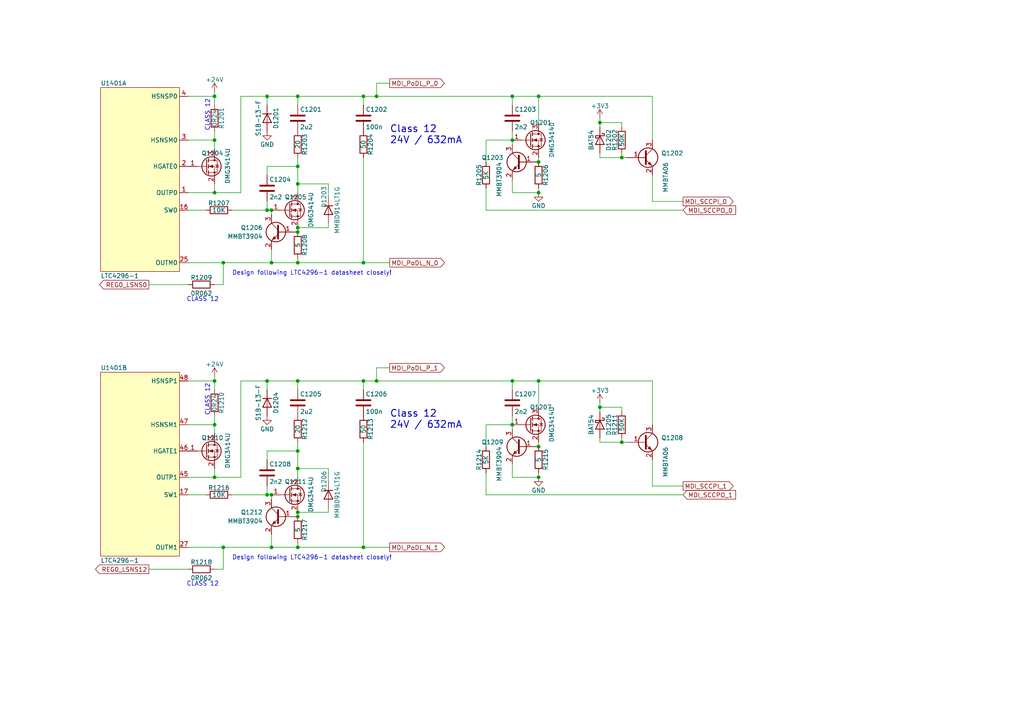
<source format=kicad_sch>
(kicad_sch (version 20211123) (generator eeschema)
  (paper "A4")
  (title_block (title "Open Hardware 10Base-T1L Switch") (date "2023-04-07") (rev "REV A") (company "Peter Heinrich") (comment 1 "Open Hardware License CERN-OHL-P v2") (comment 2 "https://github.com/peterheinrich/Open_10Base-T1L_Switch"))
  (lib_symbols
    (symbol "Device:C" (pin_numbers hide) (pin_names (offset 0.254))
      (property "Reference" "C" (at 0.635 2.54 0))
      (property "Value" "C" (at 0.635 -2.54 0))
      (symbol "C_0_1"
        (polyline (pts (xy -2.032 -0.762) (xy 2.032 -0.762)) (stroke (width 0.508)))
        (polyline (pts (xy -2.032 0.762) (xy 2.032 0.762)) (stroke (width 0.508)))
      )
      (symbol "C_1_1"
        (pin passive line (at 0 3.81 270) (length 2.794) (name "~") (number "1"))
        (pin passive line (at 0 -3.81 90) (length 2.794) (name "~") (number "2"))
      )
    )
    (symbol "Device:D" (pin_numbers hide) (pin_names (offset 1.016) hide)
      (property "Reference" "D" (at 0 2.54 0))
      (property "Value" "D" (at 0 -2.54 0))
      (symbol "D_0_1"
        (polyline (pts (xy -1.27 1.27) (xy -1.27 -1.27)) (stroke (width 0.254)))
        (polyline (pts (xy 1.27 0) (xy -1.27 0)))
        (polyline (pts (xy 1.27 1.27) (xy 1.27 -1.27) (xy -1.27 0) (xy 1.27 1.27)) (stroke (width 0.254)))
      )
      (symbol "D_1_1"
        (pin passive line (at -3.81 0 0) (length 2.54) (name "K") (number "1"))
        (pin passive line (at 3.81 0 180) (length 2.54) (name "A") (number "2"))
      )
    )
    (symbol "Device:D_Schottky" (pin_numbers hide) (pin_names (offset 1.016) hide)
      (property "Reference" "D" (at 0 2.54 0))
      (property "Value" "D_Schottky" (at 0 -2.54 0))
      (symbol "D_Schottky_0_1"
        (polyline (pts (xy 1.27 0) (xy -1.27 0)))
        (polyline (pts (xy 1.27 1.27) (xy 1.27 -1.27) (xy -1.27 0) (xy 1.27 1.27)) (stroke (width 0.254)))
        (polyline (pts (xy -1.905 0.635) (xy -1.905 1.27) (xy -1.27 1.27) (xy -1.27 -1.27) (xy -0.635 -1.27) (xy -0.635 -0.635)) (stroke (width 0.254)))
      )
      (symbol "D_Schottky_1_1"
        (pin passive line (at -3.81 0 0) (length 2.54) (name "K") (number "1"))
        (pin passive line (at 3.81 0 180) (length 2.54) (name "A") (number "2"))
      )
    )
    (symbol "Device:Q_NMOS_GSD" (pin_names (offset 0) hide)
      (property "Reference" "Q" (at 5.08 1.27 0))
      (property "Value" "Q_NMOS_GSD" (at 5.08 -1.27 0))
      (symbol "Q_NMOS_GSD_0_1"
        (polyline (pts (xy 0.254 0) (xy -2.54 0)))
        (polyline (pts (xy 0.254 1.905) (xy 0.254 -1.905)) (stroke (width 0.254)))
        (polyline (pts (xy 0.762 -1.27) (xy 0.762 -2.286)) (stroke (width 0.254)))
        (polyline (pts (xy 0.762 0.508) (xy 0.762 -0.508)) (stroke (width 0.254)))
        (polyline (pts (xy 0.762 2.286) (xy 0.762 1.27)) (stroke (width 0.254)))
        (polyline (pts (xy 2.54 2.54) (xy 2.54 1.778)))
        (polyline (pts (xy 2.54 -2.54) (xy 2.54 0) (xy 0.762 0)))
        (polyline (pts (xy 0.762 -1.778) (xy 3.302 -1.778) (xy 3.302 1.778) (xy 0.762 1.778)))
        (polyline (pts (xy 1.016 0) (xy 2.032 0.381) (xy 2.032 -0.381) (xy 1.016 0)) (fill (type outline)))
        (polyline (pts (xy 2.794 0.508) (xy 2.921 0.381) (xy 3.683 0.381) (xy 3.81 0.254)))
        (polyline (pts (xy 3.302 0.381) (xy 2.921 -0.254) (xy 3.683 -0.254) (xy 3.302 0.381)))
        (circle (center 1.651 0) (radius 2.794) (stroke (width 0.254)))
        (circle (center 2.54 -1.778) (radius 0.254) (fill (type outline)))
        (circle (center 2.54 1.778) (radius 0.254) (fill (type outline)))
      )
      (symbol "Q_NMOS_GSD_1_1"
        (pin input line (at -5.08 0 0) (length 2.54) (name "G") (number "1"))
        (pin passive line (at 2.54 -5.08 90) (length 2.54) (name "S") (number "2"))
        (pin passive line (at 2.54 5.08 270) (length 2.54) (name "D") (number "3"))
      )
    )
    (symbol "Device:Q_NPN_BEC" (pin_names (offset 0) hide)
      (property "Reference" "Q" (at 5.08 1.27 0))
      (property "Value" "Q_NPN_BEC" (at 5.08 -1.27 0))
      (symbol "Q_NPN_BEC_0_1"
        (polyline (pts (xy 0.635 0.635) (xy 2.54 2.54)))
        (polyline (pts (xy 0.635 -0.635) (xy 2.54 -2.54) (xy 2.54 -2.54)))
        (polyline (pts (xy 0.635 1.905) (xy 0.635 -1.905) (xy 0.635 -1.905)) (stroke (width 0.508)))
        (polyline (pts (xy 1.27 -1.778) (xy 1.778 -1.27) (xy 2.286 -2.286) (xy 1.27 -1.778) (xy 1.27 -1.778)) (fill (type outline)))
        (circle (center 1.27 0) (radius 2.8194) (stroke (width 0.254)))
      )
      (symbol "Q_NPN_BEC_1_1"
        (pin input line (at -5.08 0 0) (length 5.715) (name "B") (number "1"))
        (pin passive line (at 2.54 -5.08 90) (length 2.54) (name "E") (number "2"))
        (pin passive line (at 2.54 5.08 270) (length 2.54) (name "C") (number "3"))
      )
    )
    (symbol "Device:R" (pin_numbers hide) (pin_names (offset 0))
      (property "Reference" "R" (at 2.032 0 90))
      (property "Value" "R" (at 0 0 90))
      (symbol "R_0_1"
        (rectangle (start -1.016 -2.54) (end 1.016 2.54) (stroke (width 0.254)))
      )
      (symbol "R_1_1"
        (pin passive line (at 0 3.81 270) (length 1.27) (name "~") (number "1"))
        (pin passive line (at 0 -3.81 90) (length 1.27) (name "~") (number "2"))
      )
    )
    (symbol "LTC4296-1:LTC4296-1"
      (property "Reference" "U" (at 0 1.27 0))
      (property "Value" "LTC4296-1" (at 0 -54.61 0))
      (symbol "LTC4296-1_0_1"
        (rectangle (start 0 0) (end 22.86 -53.34) (fill (type background)))
      )
      (symbol "LTC4296-1_1_1"
        (pin output line (at 25.4 -30.48 180) (length 2.54) (name "OUTP0") (number "1"))
        (pin output line (at 25.4 -35.56 180) (length 2.54) (name "SW0") (number "16"))
        (pin output line (at 25.4 -22.86 180) (length 2.54) (name "HGATE0") (number "2"))
        (pin output line (at 25.4 -50.8 180) (length 2.54) (name "OUTM0") (number "25"))
        (pin input line (at 25.4 -15.24 180) (length 2.54) (name "HSNSM0") (number "3"))
        (pin input line (at 25.4 -2.54 180) (length 2.54) (name "HSNSP0") (number "4"))
      )
      (symbol "LTC4296-1_2_1"
        (pin output line (at 25.4 -35.56 180) (length 2.54) (name "SW1") (number "17"))
        (pin output line (at 25.4 -50.8 180) (length 2.54) (name "OUTM1") (number "27"))
        (pin output line (at 25.4 -30.48 180) (length 2.54) (name "OUTP1") (number "45"))
        (pin output line (at 25.4 -22.86 180) (length 2.54) (name "HGATE1") (number "46"))
        (pin input line (at 25.4 -15.24 180) (length 2.54) (name "HSNSM1") (number "47"))
        (pin input line (at 25.4 -2.54 180) (length 2.54) (name "HSNSP1") (number "48"))
      )
      (symbol "LTC4296-1_3_1"
        (pin output line (at 25.4 -35.56 180) (length 2.54) (name "SW2") (number "18"))
        (pin output line (at 25.4 -50.8 180) (length 2.54) (name "OUTM2") (number "29"))
        (pin output line (at 25.4 -30.48 180) (length 2.54) (name "OUTP2") (number "41"))
        (pin output line (at 25.4 -22.86 180) (length 2.54) (name "HGATE2") (number "42"))
        (pin input line (at 25.4 -15.24 180) (length 2.54) (name "HSNSM2") (number "43"))
        (pin input line (at 25.4 -2.54 180) (length 2.54) (name "HSNSP2") (number "44"))
      )
      (symbol "LTC4296-1_4_1"
        (pin output line (at 25.4 -35.56 180) (length 2.54) (name "SW3") (number "19"))
        (pin output line (at 25.4 -50.8 180) (length 2.54) (name "OUTM3") (number "30"))
        (pin output line (at 25.4 -30.48 180) (length 2.54) (name "OUTP3") (number "37"))
        (pin output line (at 25.4 -22.86 180) (length 2.54) (name "HGATE3") (number "38"))
        (pin input line (at 25.4 -15.24 180) (length 2.54) (name "HSNSM3") (number "39"))
        (pin input line (at 25.4 -2.54 180) (length 2.54) (name "HSNSP3") (number "40"))
      )
      (symbol "LTC4296-1_5_1"
        (pin output line (at 25.4 -35.56 180) (length 2.54) (name "SW4") (number "20"))
        (pin output line (at 25.4 -50.8 180) (length 2.54) (name "OUTM4") (number "32"))
        (pin output line (at 25.4 -30.48 180) (length 2.54) (name "OUTP4") (number "33"))
        (pin output line (at 25.4 -22.86 180) (length 2.54) (name "HGATE4") (number "34"))
        (pin input line (at 25.4 -15.24 180) (length 2.54) (name "HSNSM4") (number "35"))
        (pin input line (at 25.4 -2.54 180) (length 2.54) (name "HSNSP4") (number "36"))
      )
      (symbol "LTC4296-1_6_1"
        (pin output line (at -2.54 -20.32 0) (length 2.54) (name "SDO") (number "10"))
        (pin input line (at -2.54 -15.24 0) (length 2.54) (name "SCK") (number "11"))
        (pin input line (at -2.54 -22.86 0) (length 2.54) (name "nCS") (number "12"))
        (pin input line (at 25.4 -2.54 180) (length 2.54) (name "AUTO") (number "13"))
        (pin bidirectional line (at 25.4 -5.08 180) (length 2.54) (name "WAKEUP") (number "14"))
        (pin input line (at 25.4 -17.78 180) (length 2.54) (name "NC") (number "15"))
        (pin power_in line (at -2.54 -38.1 0) (length 2.54) (name "GND") (number "21"))
        (pin input line (at -2.54 -25.4 0) (length 2.54) (name "RT") (number "22"))
        (pin output line (at -2.54 -50.8 0) (length 2.54) (name "LGATE") (number "23"))
        (pin input line (at -2.54 -43.18 0) (length 2.54) (name "LSRC") (number "24"))
        (pin input line (at 25.4 -45.72 180) (length 2.54) (name "LSNS0") (number "26"))
        (pin input line (at 25.4 -48.26 180) (length 2.54) (name "LSNS1/LSNS2") (number "28"))
        (pin input line (at 25.4 -50.8 180) (length 2.54) (name "LSNS3/LSNS4") (number "31"))
        (pin power_in line (at -2.54 -40.64 0) (length 2.54) (name "GND") (number "49"))
        (pin input line (at 25.4 -15.24 180) (length 2.54) (name "NC") (number "5"))
        (pin power_in line (at -2.54 -2.54 0) (length 2.54) (name "IN") (number "6"))
        (pin bidirectional line (at -2.54 -10.16 0) (length 2.54) (name "CPO") (number "7"))
        (pin bidirectional line (at 25.4 -7.62 180) (length 2.54) (name "INT") (number "8"))
        (pin input line (at -2.54 -17.78 0) (length 2.54) (name "SDI") (number "9"))
      )
    )
    (symbol "LTC4296-1_1"
      (property "Reference" "U" (at 0 1.27 0))
      (property "Value" "LTC4296-1_1" (at 0 -54.61 0))
      (symbol "LTC4296-1_1_0_1"
        (rectangle (start 0 0) (end 22.86 -53.34) (fill (type background)))
      )
      (symbol "LTC4296-1_1_1_1"
        (pin output line (at 25.4 -30.48 180) (length 2.54) (name "OUTP0") (number "1"))
        (pin output line (at 25.4 -35.56 180) (length 2.54) (name "SW0") (number "16"))
        (pin output line (at 25.4 -22.86 180) (length 2.54) (name "HGATE0") (number "2"))
        (pin output line (at 25.4 -50.8 180) (length 2.54) (name "OUTM0") (number "25"))
        (pin input line (at 25.4 -15.24 180) (length 2.54) (name "HSNSM0") (number "3"))
        (pin input line (at 25.4 -2.54 180) (length 2.54) (name "HSNSP0") (number "4"))
      )
      (symbol "LTC4296-1_1_2_1"
        (pin output line (at 25.4 -35.56 180) (length 2.54) (name "SW1") (number "17"))
        (pin output line (at 25.4 -50.8 180) (length 2.54) (name "OUTM1") (number "27"))
        (pin output line (at 25.4 -30.48 180) (length 2.54) (name "OUTP1") (number "45"))
        (pin output line (at 25.4 -22.86 180) (length 2.54) (name "HGATE1") (number "46"))
        (pin input line (at 25.4 -15.24 180) (length 2.54) (name "HSNSM1") (number "47"))
        (pin input line (at 25.4 -2.54 180) (length 2.54) (name "HSNSP1") (number "48"))
      )
      (symbol "LTC4296-1_1_3_1"
        (pin output line (at 25.4 -35.56 180) (length 2.54) (name "SW2") (number "18"))
        (pin output line (at 25.4 -50.8 180) (length 2.54) (name "OUTM2") (number "29"))
        (pin output line (at 25.4 -30.48 180) (length 2.54) (name "OUTP2") (number "41"))
        (pin output line (at 25.4 -22.86 180) (length 2.54) (name "HGATE2") (number "42"))
        (pin input line (at 25.4 -15.24 180) (length 2.54) (name "HSNSM2") (number "43"))
        (pin input line (at 25.4 -2.54 180) (length 2.54) (name "HSNSP2") (number "44"))
      )
      (symbol "LTC4296-1_1_4_1"
        (pin output line (at 25.4 -35.56 180) (length 2.54) (name "SW3") (number "19"))
        (pin output line (at 25.4 -50.8 180) (length 2.54) (name "OUTM3") (number "30"))
        (pin output line (at 25.4 -30.48 180) (length 2.54) (name "OUTP3") (number "37"))
        (pin output line (at 25.4 -22.86 180) (length 2.54) (name "HGATE3") (number "38"))
        (pin input line (at 25.4 -15.24 180) (length 2.54) (name "HSNSM3") (number "39"))
        (pin input line (at 25.4 -2.54 180) (length 2.54) (name "HSNSP3") (number "40"))
      )
      (symbol "LTC4296-1_1_5_1"
        (pin output line (at 25.4 -35.56 180) (length 2.54) (name "SW4") (number "20"))
        (pin output line (at 25.4 -50.8 180) (length 2.54) (name "OUTM4") (number "32"))
        (pin output line (at 25.4 -30.48 180) (length 2.54) (name "OUTP4") (number "33"))
        (pin output line (at 25.4 -22.86 180) (length 2.54) (name "HGATE4") (number "34"))
        (pin input line (at 25.4 -15.24 180) (length 2.54) (name "HSNSM4") (number "35"))
        (pin input line (at 25.4 -2.54 180) (length 2.54) (name "HSNSP4") (number "36"))
      )
      (symbol "LTC4296-1_1_6_1"
        (pin output line (at -2.54 -20.32 0) (length 2.54) (name "SDO") (number "10"))
        (pin input line (at -2.54 -15.24 0) (length 2.54) (name "SCK") (number "11"))
        (pin input line (at -2.54 -22.86 0) (length 2.54) (name "nCS") (number "12"))
        (pin input line (at 25.4 -2.54 180) (length 2.54) (name "AUTO") (number "13"))
        (pin bidirectional line (at 25.4 -5.08 180) (length 2.54) (name "WAKEUP") (number "14"))
        (pin input line (at 25.4 -17.78 180) (length 2.54) (name "NC") (number "15"))
        (pin power_in line (at -2.54 -38.1 0) (length 2.54) (name "GND") (number "21"))
        (pin input line (at -2.54 -25.4 0) (length 2.54) (name "RT") (number "22"))
        (pin output line (at -2.54 -50.8 0) (length 2.54) (name "LGATE") (number "23"))
        (pin input line (at -2.54 -43.18 0) (length 2.54) (name "LSRC") (number "24"))
        (pin input line (at 25.4 -45.72 180) (length 2.54) (name "LSNS0") (number "26"))
        (pin input line (at 25.4 -48.26 180) (length 2.54) (name "LSNS1/LSNS2") (number "28"))
        (pin input line (at 25.4 -50.8 180) (length 2.54) (name "LSNS3/LSNS4") (number "31"))
        (pin power_in line (at -2.54 -40.64 0) (length 2.54) (name "GND") (number "49"))
        (pin input line (at 25.4 -15.24 180) (length 2.54) (name "NC") (number "5"))
        (pin power_in line (at -2.54 -2.54 0) (length 2.54) (name "IN") (number "6"))
        (pin bidirectional line (at -2.54 -10.16 0) (length 2.54) (name "CPO") (number "7"))
        (pin bidirectional line (at 25.4 -7.62 180) (length 2.54) (name "INT") (number "8"))
        (pin input line (at -2.54 -17.78 0) (length 2.54) (name "SDI") (number "9"))
      )
    )
    (symbol "power:+24V" (power) (pin_names (offset 0))
      (property "Value" "+24V" (at 0 3.556 0))
      (symbol "+24V_0_1"
        (polyline (pts (xy -0.762 1.27) (xy 0 2.54)))
        (polyline (pts (xy 0 0) (xy 0 2.54)))
        (polyline (pts (xy 0 2.54) (xy 0.762 1.27)))
      )
      (symbol "+24V_1_1"
        (pin power_in line (at 0 0 90) (length 0) hide (name "+24V") (number "1"))
      )
    )
    (symbol "power:+3V3" (power) (pin_names (offset 0))
      (property "Value" "+3V3" (at 0 3.556 0))
      (symbol "+3V3_0_1"
        (polyline (pts (xy -0.762 1.27) (xy 0 2.54)))
        (polyline (pts (xy 0 0) (xy 0 2.54)))
        (polyline (pts (xy 0 2.54) (xy 0.762 1.27)))
      )
      (symbol "+3V3_1_1"
        (pin power_in line (at 0 0 90) (length 0) hide (name "+3V3") (number "1"))
      )
    )
    (symbol "power:GND" (power) (pin_names (offset 0))
      (property "Value" "GND" (at 0 -3.81 0))
      (symbol "GND_0_1"
        (polyline (pts (xy 0 0) (xy 0 -1.27) (xy 1.27 -1.27) (xy 0 -2.54) (xy -1.27 -1.27) (xy 0 -1.27)))
      )
      (symbol "GND_1_1"
        (pin power_in line (at 0 0 270) (length 0) hide (name "GND") (number "1"))
      )
    )
  )
  (junction (at 156.21 55.88))
  (junction (at 78.74 143.51))
  (junction (at 62.23 138.43))
  (junction (at 148.59 123.19))
  (junction (at 86.36 149.86))
  (junction (at 109.22 110.49))
  (junction (at 86.36 27.94))
  (junction (at 173.99 35.56))
  (junction (at 86.36 48.26))
  (junction (at 156.21 46.99))
  (junction (at 156.21 110.49))
  (junction (at 105.41 76.2))
  (junction (at 62.23 55.88))
  (junction (at 86.36 130.81))
  (junction (at 105.41 158.75))
  (junction (at 86.36 66.04))
  (junction (at 105.41 110.49))
  (junction (at 64.77 158.75))
  (junction (at 180.34 128.27))
  (junction (at 156.21 138.43))
  (junction (at 156.21 129.54))
  (junction (at 77.47 60.96))
  (junction (at 78.74 158.75))
  (junction (at 64.77 76.2))
  (junction (at 86.36 135.89))
  (junction (at 86.36 148.59))
  (junction (at 86.36 110.49))
  (junction (at 77.47 143.51))
  (junction (at 78.74 60.96))
  (junction (at 62.23 123.19))
  (junction (at 77.47 110.49))
  (junction (at 62.23 27.94))
  (junction (at 148.59 27.94))
  (junction (at 86.36 76.2))
  (junction (at 105.41 27.94))
  (junction (at 86.36 158.75))
  (junction (at 156.21 27.94))
  (junction (at 62.23 110.49))
  (junction (at 173.99 118.11))
  (junction (at 180.34 45.72))
  (junction (at 62.23 40.64))
  (junction (at 86.36 53.34))
  (junction (at 78.74 76.2))
  (junction (at 86.36 67.31))
  (junction (at 148.59 40.64))
  (junction (at 109.22 27.94))
  (junction (at 148.59 110.49))
  (junction (at 77.47 27.94))
  (wire (pts (xy 148.59 138.43) (xy 156.21 138.43)))
  (wire (pts (xy 54.61 143.51) (xy 59.69 143.51)))
  (wire (pts (xy 86.36 135.89) (xy 86.36 138.43)))
  (wire (pts (xy 148.59 52.07) (xy 148.59 55.88)))
  (wire (pts (xy 86.36 45.72) (xy 86.36 48.26)))
  (wire (pts (xy 180.34 127) (xy 180.34 128.27)))
  (wire (pts (xy 140.97 60.96) (xy 198.12 60.96)))
  (wire (pts (xy 148.59 120.65) (xy 148.59 123.19)))
  (wire (pts (xy 78.74 76.2) (xy 86.36 76.2)))
  (wire (pts (xy 77.47 130.81) (xy 86.36 130.81)))
  (wire (pts (xy 77.47 110.49) (xy 77.47 113.03)))
  (wire (pts (xy 180.34 44.45) (xy 180.34 45.72)))
  (wire (pts (xy 140.97 129.54) (xy 140.97 123.19)))
  (wire (pts (xy 86.36 53.34) (xy 86.36 55.88)))
  (wire (pts (xy 86.36 157.48) (xy 86.36 158.75)))
  (wire (pts (xy 77.47 140.97) (xy 77.47 143.51)))
  (wire (pts (xy 173.99 45.72) (xy 173.99 44.45)))
  (wire (pts (xy 148.59 124.46) (xy 148.59 123.19)))
  (wire (pts (xy 69.85 138.43) (xy 69.85 110.49)))
  (wire (pts (xy 77.47 60.96) (xy 78.74 60.96)))
  (wire (pts (xy 78.74 154.94) (xy 78.74 158.75)))
  (wire (pts (xy 109.22 106.68) (xy 109.22 110.49)))
  (wire (pts (xy 173.99 35.56) (xy 180.34 35.56)))
  (wire (pts (xy 86.36 66.04) (xy 95.25 66.04)))
  (wire (pts (xy 148.59 55.88) (xy 156.21 55.88)))
  (wire (pts (xy 86.36 48.26) (xy 86.36 53.34)))
  (wire (pts (xy 140.97 123.19) (xy 148.59 123.19)))
  (wire (pts (xy 140.97 54.61) (xy 140.97 60.96)))
  (wire (pts (xy 62.23 82.55) (xy 64.77 82.55)))
  (wire (pts (xy 86.36 76.2) (xy 105.41 76.2)))
  (wire (pts (xy 78.74 72.39) (xy 78.74 76.2)))
  (wire (pts (xy 69.85 55.88) (xy 69.85 27.94)))
  (wire (pts (xy 77.47 110.49) (xy 86.36 110.49)))
  (wire (pts (xy 156.21 110.49) (xy 189.23 110.49)))
  (wire (pts (xy 54.61 60.96) (xy 59.69 60.96)))
  (wire (pts (xy 189.23 50.8) (xy 189.23 58.42)))
  (wire (pts (xy 62.23 123.19) (xy 54.61 123.19)))
  (wire (pts (xy 86.36 67.31) (xy 86.36 66.04)))
  (wire (pts (xy 180.34 35.56) (xy 180.34 36.83)))
  (wire (pts (xy 189.23 140.97) (xy 198.12 140.97)))
  (wire (pts (xy 189.23 27.94) (xy 189.23 40.64)))
  (wire (pts (xy 86.36 135.89) (xy 95.25 135.89)))
  (wire (pts (xy 148.59 113.03) (xy 148.59 110.49)))
  (wire (pts (xy 189.23 133.35) (xy 189.23 140.97)))
  (wire (pts (xy 62.23 110.49) (xy 62.23 113.03)))
  (wire (pts (xy 156.21 129.54) (xy 156.21 128.27)))
  (wire (pts (xy 62.23 138.43) (xy 62.23 135.89)))
  (wire (pts (xy 86.36 158.75) (xy 105.41 158.75)))
  (wire (pts (xy 77.47 143.51) (xy 78.74 143.51)))
  (wire (pts (xy 95.25 64.77) (xy 95.25 66.04)))
  (wire (pts (xy 105.41 158.75) (xy 113.03 158.75)))
  (wire (pts (xy 62.23 55.88) (xy 62.23 53.34)))
  (wire (pts (xy 69.85 110.49) (xy 77.47 110.49)))
  (wire (pts (xy 64.77 158.75) (xy 78.74 158.75)))
  (wire (pts (xy 140.97 137.16) (xy 140.97 143.51)))
  (wire (pts (xy 156.21 27.94) (xy 156.21 35.56)))
  (wire (pts (xy 62.23 109.22) (xy 62.23 110.49)))
  (wire (pts (xy 78.74 62.23) (xy 78.74 60.96)))
  (wire (pts (xy 62.23 55.88) (xy 69.85 55.88)))
  (wire (pts (xy 62.23 27.94) (xy 62.23 30.48)))
  (wire (pts (xy 140.97 143.51) (xy 198.12 143.51)))
  (wire (pts (xy 109.22 24.13) (xy 109.22 27.94)))
  (wire (pts (xy 54.61 158.75) (xy 64.77 158.75)))
  (wire (pts (xy 140.97 40.64) (xy 148.59 40.64)))
  (wire (pts (xy 69.85 27.94) (xy 77.47 27.94)))
  (wire (pts (xy 105.41 110.49) (xy 109.22 110.49)))
  (wire (pts (xy 156.21 54.61) (xy 156.21 55.88)))
  (wire (pts (xy 62.23 165.1) (xy 64.77 165.1)))
  (wire (pts (xy 95.25 57.15) (xy 95.25 53.34)))
  (wire (pts (xy 173.99 36.83) (xy 173.99 35.56)))
  (wire (pts (xy 43.18 165.1) (xy 54.61 165.1)))
  (wire (pts (xy 86.36 53.34) (xy 95.25 53.34)))
  (wire (pts (xy 181.61 128.27) (xy 180.34 128.27)))
  (wire (pts (xy 173.99 118.11) (xy 180.34 118.11)))
  (wire (pts (xy 54.61 138.43) (xy 62.23 138.43)))
  (wire (pts (xy 86.36 149.86) (xy 86.36 148.59)))
  (wire (pts (xy 64.77 165.1) (xy 64.77 158.75)))
  (wire (pts (xy 113.03 24.13) (xy 109.22 24.13)))
  (wire (pts (xy 64.77 82.55) (xy 64.77 76.2)))
  (wire (pts (xy 43.18 82.55) (xy 54.61 82.55)))
  (wire (pts (xy 156.21 46.99) (xy 156.21 45.72)))
  (wire (pts (xy 77.47 50.8) (xy 77.47 48.26)))
  (wire (pts (xy 105.41 158.75) (xy 105.41 128.27)))
  (wire (pts (xy 86.36 148.59) (xy 95.25 148.59)))
  (wire (pts (xy 64.77 76.2) (xy 78.74 76.2)))
  (wire (pts (xy 86.36 128.27) (xy 86.36 130.81)))
  (wire (pts (xy 62.23 120.65) (xy 62.23 123.19)))
  (wire (pts (xy 77.47 27.94) (xy 86.36 27.94)))
  (wire (pts (xy 189.23 58.42) (xy 198.12 58.42)))
  (wire (pts (xy 180.34 128.27) (xy 173.99 128.27)))
  (wire (pts (xy 148.59 27.94) (xy 156.21 27.94)))
  (wire (pts (xy 180.34 45.72) (xy 173.99 45.72)))
  (wire (pts (xy 86.36 130.81) (xy 86.36 135.89)))
  (wire (pts (xy 173.99 116.84) (xy 173.99 118.11)))
  (wire (pts (xy 189.23 110.49) (xy 189.23 123.19)))
  (wire (pts (xy 86.36 27.94) (xy 105.41 27.94)))
  (wire (pts (xy 77.47 48.26) (xy 86.36 48.26)))
  (wire (pts (xy 62.23 40.64) (xy 54.61 40.64)))
  (wire (pts (xy 77.47 27.94) (xy 77.47 30.48)))
  (wire (pts (xy 62.23 40.64) (xy 62.23 43.18)))
  (wire (pts (xy 105.41 110.49) (xy 105.41 113.03)))
  (wire (pts (xy 62.23 26.67) (xy 62.23 27.94)))
  (wire (pts (xy 140.97 46.99) (xy 140.97 40.64)))
  (wire (pts (xy 105.41 76.2) (xy 105.41 45.72)))
  (wire (pts (xy 105.41 27.94) (xy 105.41 30.48)))
  (wire (pts (xy 62.23 123.19) (xy 62.23 125.73)))
  (wire (pts (xy 54.61 55.88) (xy 62.23 55.88)))
  (wire (pts (xy 173.99 119.38) (xy 173.99 118.11)))
  (wire (pts (xy 173.99 128.27) (xy 173.99 127)))
  (wire (pts (xy 86.36 74.93) (xy 86.36 76.2)))
  (wire (pts (xy 148.59 38.1) (xy 148.59 40.64)))
  (wire (pts (xy 62.23 138.43) (xy 69.85 138.43)))
  (wire (pts (xy 67.31 143.51) (xy 77.47 143.51)))
  (wire (pts (xy 105.41 27.94) (xy 109.22 27.94)))
  (wire (pts (xy 181.61 45.72) (xy 180.34 45.72)))
  (wire (pts (xy 95.25 139.7) (xy 95.25 135.89)))
  (wire (pts (xy 77.47 58.42) (xy 77.47 60.96)))
  (wire (pts (xy 180.34 118.11) (xy 180.34 119.38)))
  (wire (pts (xy 173.99 34.29) (xy 173.99 35.56)))
  (wire (pts (xy 113.03 106.68) (xy 109.22 106.68)))
  (wire (pts (xy 67.31 60.96) (xy 77.47 60.96)))
  (wire (pts (xy 156.21 27.94) (xy 189.23 27.94)))
  (wire (pts (xy 54.61 76.2) (xy 64.77 76.2)))
  (wire (pts (xy 109.22 110.49) (xy 148.59 110.49)))
  (wire (pts (xy 78.74 144.78) (xy 78.74 143.51)))
  (wire (pts (xy 148.59 134.62) (xy 148.59 138.43)))
  (wire (pts (xy 62.23 38.1) (xy 62.23 40.64)))
  (wire (pts (xy 109.22 27.94) (xy 148.59 27.94)))
  (wire (pts (xy 148.59 30.48) (xy 148.59 27.94)))
  (wire (pts (xy 86.36 27.94) (xy 86.36 30.48)))
  (wire (pts (xy 54.61 110.49) (xy 62.23 110.49)))
  (wire (pts (xy 148.59 110.49) (xy 156.21 110.49)))
  (wire (pts (xy 148.59 41.91) (xy 148.59 40.64)))
  (wire (pts (xy 156.21 110.49) (xy 156.21 118.11)))
  (wire (pts (xy 54.61 27.94) (xy 62.23 27.94)))
  (wire (pts (xy 86.36 110.49) (xy 86.36 113.03)))
  (wire (pts (xy 156.21 137.16) (xy 156.21 138.43)))
  (wire (pts (xy 86.36 110.49) (xy 105.41 110.49)))
  (wire (pts (xy 95.25 147.32) (xy 95.25 148.59)))
  (wire (pts (xy 77.47 133.35) (xy 77.47 130.81)))
  (wire (pts (xy 78.74 158.75) (xy 86.36 158.75)))
  (wire (pts (xy 105.41 76.2) (xy 113.03 76.2)))
  (text "Design following LTC4296-1 datasheet closely!" (at 67.31 162.56 0) (effects (font (size 1.27 1.27)) (justify left bottom)))
  (text "Design following LTC4296-1 datasheet closely!" (at 67.31 80.01 0) (effects (font (size 1.27 1.27)) (justify left bottom)))
  (text "CLASS 12" (at 60.96 38.1 90) (effects (font (size 1.27 1.27)) (justify left bottom)))
  (text "Class 12\n24V / 632mA" (at 113.03 41.91 0) (effects (font (size 2 2) (thickness 0.254) bold) (justify left bottom)))
  (text "CLASS 12" (at 60.96 120.65 90) (effects (font (size 1.27 1.27)) (justify left bottom)))
  (text "CLASS 12\n" (at 63.5 170.18 180) (effects (font (size 1.27 1.27)) (justify right bottom)))
  (text "Class 12\n24V / 632mA" (at 113.03 124.46 0) (effects (font (size 2 2) (thickness 0.254) bold) (justify left bottom)))
  (text "CLASS 12\n" (at 63.5 87.63 180) (effects (font (size 1.27 1.27)) (justify right bottom)))
  (global_label "MDI_SCCPI_1" (shape output) (at 198.12 140.97 0) (property "Intersheet References" "${INTERSHEET_REFS}" (effects hide)))
  (global_label "REG0_LSNS12" (shape output) (at 43.18 165.1 180) (property "Intersheet References" "${INTERSHEET_REFS}" (effects hide)))
  (global_label "MDI_SCCPO_0" (shape input) (at 198.12 60.96 0) (property "Intersheet References" "${INTERSHEET_REFS}" (effects hide)))
  (global_label "MDI_PoDL_N_1" (shape output) (at 113.03 158.75 0) (property "Intersheet References" "${INTERSHEET_REFS}" (effects hide)))
  (global_label "MDI_PoDL_P_0" (shape output) (at 113.03 24.13 0) (property "Intersheet References" "${INTERSHEET_REFS}" (effects hide)))
  (global_label "MDI_SCCPO_1" (shape input) (at 198.12 143.51 0) (property "Intersheet References" "${INTERSHEET_REFS}" (effects hide)))
  (global_label "REG0_LSNS0" (shape output) (at 43.18 82.55 180) (property "Intersheet References" "${INTERSHEET_REFS}" (effects hide)))
  (global_label "MDI_SCCPI_0" (shape output) (at 198.12 58.42 0) (property "Intersheet References" "${INTERSHEET_REFS}" (effects hide)))
  (global_label "MDI_PoDL_N_0" (shape output) (at 113.03 76.2 0) (property "Intersheet References" "${INTERSHEET_REFS}" (effects hide)))
  (global_label "MDI_PoDL_P_1" (shape output) (at 113.03 106.68 0) (property "Intersheet References" "${INTERSHEET_REFS}" (effects hide)))
  (symbol (lib_id "Device:C") (at 105.41 34.29 0) (unit 1)
    (property "Reference" "C1202" (at 106.045 31.75 0) (effects (justify left)))
    (property "Value" "100n" (at 106.045 36.83 0) (effects (justify left)))
    (property "Footprint" "Capacitor_SMD:C_0603_1608Metric" (effects hide))
  )
  (symbol (lib_id "Device:D") (at 77.47 116.84 270) (unit 1)
    (property "Reference" "D1204" (at 80.01 116.84 0))
    (property "Value" "S1B-13-F" (at 74.93 116.84 0))
    (property "Footprint" "Diode_SMD:D_SMB" (effects hide))
  )
  (symbol (lib_id "Device:R") (at 63.5 143.51 90) (unit 1)
    (property "Reference" "R1216" (at 63.5 141.478 90))
    (property "Value" "10K" (at 63.5 143.51 90))
    (property "Footprint" "Resistor_SMD:R_0603_1608Metric" (effects hide))
  )
  (symbol (lib_id "power:+24V") (at 62.23 26.67 0) (unit 1)
    (property "Reference" "#PWR01201" (effects hide))
    (property "Value" "+24V" (at 62.23 23.114 0))
  )
  (symbol (lib_id "Device:R") (at 140.97 133.35 180) (unit 1)
    (property "Reference" "R1214" (at 138.938 133.35 90))
    (property "Value" "5K" (at 140.97 133.35 90))
    (property "Footprint" "Resistor_SMD:R_0603_1608Metric" (effects hide))
  )
  (symbol (lib_id "Device:R") (at 180.34 123.19 180) (unit 1)
    (property "Reference" "R1211" (at 178.308 123.19 90))
    (property "Value" "50K" (at 180.34 123.19 90))
    (property "Footprint" "Resistor_SMD:R_0603_1608Metric" (effects hide))
  )
  (symbol (lib_name "LTC4296-1_1") (lib_id "LTC4296-1:LTC4296-1") (at 29.21 25.4 0) (unit 1)
    (property "Reference" "U1401" (at 29.21 24.13 0) (effects (justify left)))
    (property "Value" "LTC4296-1" (at 29.21 80.01 0) (effects (justify left)))
    (property "Footprint" "Package_DFN_QFN:QFN-48-1EP_7x7mm_P0.5mm_EP5.3x5.3mm_ThermalVias" (effects hide))
    (property "Datasheet" "https://www.analog.com/media/en/technical-documentation/data-sheets/ltc4296-1.pdf" (effects hide))
  )
  (symbol (lib_id "power:GND") (at 77.47 120.65 0) (unit 1)
    (property "Reference" "#PWR01207" (effects hide))
    (property "Value" "GND" (at 77.47 124.46 0))
  )
  (symbol (lib_id "power:GND") (at 156.21 138.43 0) (unit 1)
    (property "Reference" "#PWR01208" (effects hide))
    (property "Value" "GND" (at 156.21 142.24 0))
  )
  (symbol (lib_id "Device:R") (at 140.97 50.8 180) (unit 1)
    (property "Reference" "R1205" (at 138.938 50.8 90))
    (property "Value" "5K" (at 140.97 50.8 90))
    (property "Footprint" "Resistor_SMD:R_0603_1608Metric" (effects hide))
  )
  (symbol (lib_id "Device:Q_NPN_BEC") (at 81.28 149.86 0) (mirror y) (unit 1)
    (property "Reference" "Q1212" (at 76.2 148.59 0) (effects (justify left)))
    (property "Value" "MMBT3904" (at 76.2 151.13 0) (effects (justify left)))
    (property "Footprint" "Package_TO_SOT_SMD:SOT-23" (effects hide))
  )
  (symbol (lib_id "Device:R") (at 86.36 153.67 0) (unit 1)
    (property "Reference" "R1217" (at 88.392 153.67 90))
    (property "Value" "5" (at 86.36 153.67 90))
    (property "Footprint" "Resistor_SMD:R_1206_3216Metric" (effects hide))
  )
  (symbol (lib_id "Device:Q_NPN_BEC") (at 151.13 46.99 0) (mirror y) (unit 1)
    (property "Reference" "Q1203" (at 146.05 45.72 0) (effects (justify left)))
    (property "Value" "MMBT3904" (at 144.78 57.15 90) (effects (justify left)))
    (property "Footprint" "Package_TO_SOT_SMD:SOT-23" (effects hide))
  )
  (symbol (lib_id "Device:C") (at 77.47 54.61 0) (unit 1)
    (property "Reference" "C1204" (at 78.105 52.07 0) (effects (justify left)))
    (property "Value" "2n2" (at 78.105 57.15 0) (effects (justify left)))
    (property "Footprint" "Capacitor_SMD:C_0603_1608Metric" (effects hide))
  )
  (symbol (lib_id "LTC4296-1:LTC4296-1") (at 29.21 107.95 0) (unit 2)
    (property "Reference" "U1401" (at 29.21 106.68 0) (effects (justify left)))
    (property "Value" "LTC4296-1" (at 29.21 162.56 0) (effects (justify left)))
    (property "Footprint" "Package_DFN_QFN:QFN-48-1EP_7x7mm_P0.5mm_EP5.3x5.3mm_ThermalVias" (effects hide))
    (property "Datasheet" "https://www.analog.com/media/en/technical-documentation/data-sheets/ltc4296-1.pdf" (effects hide))
  )
  (symbol (lib_id "Device:C") (at 86.36 116.84 0) (unit 1)
    (property "Reference" "C1205" (at 86.995 114.3 0) (effects (justify left)))
    (property "Value" "2u2" (at 86.995 119.38 0) (effects (justify left)))
    (property "Footprint" "Capacitor_SMD:C_0603_1608Metric" (effects hide))
  )
  (symbol (lib_id "Device:D_Schottky") (at 173.99 123.19 270) (unit 1)
    (property "Reference" "D1205" (at 176.53 123.19 0))
    (property "Value" "BAT54" (at 171.45 123.19 0))
    (property "Footprint" "BAT54:SOT-23-DIODE" (effects hide))
  )
  (symbol (lib_id "Device:R") (at 62.23 116.84 0) (unit 1)
    (property "Reference" "R1210" (at 64.262 116.84 90))
    (property "Value" "0R24" (at 62.23 116.84 90))
    (property "Footprint" "Resistor_SMD:R_1206_3216Metric" (effects hide))
  )
  (symbol (lib_id "Device:C") (at 86.36 34.29 0) (unit 1)
    (property "Reference" "C1201" (at 86.995 31.75 0) (effects (justify left)))
    (property "Value" "2u2" (at 86.995 36.83 0) (effects (justify left)))
    (property "Footprint" "Capacitor_SMD:C_0603_1608Metric" (effects hide))
  )
  (symbol (lib_id "Device:R") (at 156.21 50.8 0) (unit 1)
    (property "Reference" "R1206" (at 158.242 50.8 90))
    (property "Value" "5" (at 156.21 50.8 90))
    (property "Footprint" "Resistor_SMD:R_1206_3216Metric" (effects hide))
  )
  (symbol (lib_id "Device:Q_NMOS_GSD") (at 83.82 143.51 0) (unit 1)
    (property "Reference" "Q1211" (at 82.55 139.7 0) (effects (justify left)))
    (property "Value" "DMG3414U" (at 90.17 148.59 90) (effects (justify left)))
    (property "Footprint" "Package_TO_SOT_SMD:SOT-23" (effects hide))
  )
  (symbol (lib_id "Device:Q_NPN_BEC") (at 81.28 67.31 0) (mirror y) (unit 1)
    (property "Reference" "Q1206" (at 76.2 66.04 0) (effects (justify left)))
    (property "Value" "MMBT3904" (at 76.2 68.58 0) (effects (justify left)))
    (property "Footprint" "Package_TO_SOT_SMD:SOT-23" (effects hide))
  )
  (symbol (lib_id "Device:R") (at 58.42 82.55 90) (unit 1)
    (property "Reference" "R1209" (at 58.42 80.518 90))
    (property "Value" "0R062" (at 58.42 85.09 90))
    (property "Footprint" "Resistor_SMD:R_1206_3216Metric" (effects hide))
  )
  (symbol (lib_id "Device:Q_NMOS_GSD") (at 83.82 60.96 0) (unit 1)
    (property "Reference" "Q1205" (at 82.55 57.15 0) (effects (justify left)))
    (property "Value" "DMG3414U" (at 90.17 66.04 90) (effects (justify left)))
    (property "Footprint" "Package_TO_SOT_SMD:SOT-23" (effects hide))
  )
  (symbol (lib_id "Device:Q_NPN_BEC") (at 151.13 129.54 0) (mirror y) (unit 1)
    (property "Reference" "Q1209" (at 146.05 128.27 0) (effects (justify left)))
    (property "Value" "MMBT3904" (at 144.78 139.7 90) (effects (justify left)))
    (property "Footprint" "Package_TO_SOT_SMD:SOT-23" (effects hide))
  )
  (symbol (lib_id "Device:R") (at 58.42 165.1 90) (unit 1)
    (property "Reference" "R1218" (at 58.42 163.068 90))
    (property "Value" "0R062" (at 58.42 167.64 90))
    (property "Footprint" "Resistor_SMD:R_1206_3216Metric" (effects hide))
  )
  (symbol (lib_id "Device:C") (at 148.59 34.29 0) (unit 1)
    (property "Reference" "C1203" (at 149.225 31.75 0) (effects (justify left)))
    (property "Value" "2n2" (at 149.225 36.83 0) (effects (justify left)))
    (property "Footprint" "Capacitor_SMD:C_0603_1608Metric" (effects hide))
  )
  (symbol (lib_id "Device:R") (at 86.36 124.46 0) (unit 1)
    (property "Reference" "R1212" (at 88.392 124.46 90))
    (property "Value" "20" (at 86.36 124.46 90))
    (property "Footprint" "Resistor_SMD:R_1206_3216Metric" (effects hide))
  )
  (symbol (lib_id "Device:C") (at 105.41 116.84 0) (unit 1)
    (property "Reference" "C1206" (at 106.045 114.3 0) (effects (justify left)))
    (property "Value" "100n" (at 106.045 119.38 0) (effects (justify left)))
    (property "Footprint" "Capacitor_SMD:C_0603_1608Metric" (effects hide))
  )
  (symbol (lib_id "Device:Q_NMOS_GSD") (at 153.67 40.64 0) (unit 1)
    (property "Reference" "Q1201" (at 153.67 35.56 0) (effects (justify left)))
    (property "Value" "DMG3414U" (at 160.02 45.72 90) (effects (justify left)))
    (property "Footprint" "Package_TO_SOT_SMD:SOT-23" (effects hide))
  )
  (symbol (lib_id "Device:R") (at 105.41 41.91 0) (unit 1)
    (property "Reference" "R1204" (at 107.442 41.91 90))
    (property "Value" "50" (at 105.41 41.91 90))
    (property "Footprint" "Resistor_SMD:R_1206_3216Metric" (effects hide))
  )
  (symbol (lib_id "Device:D") (at 95.25 143.51 270) (unit 1)
    (property "Reference" "D1206" (at 93.98 139.7 0))
    (property "Value" "MMBD914LT1G" (at 97.79 143.51 0))
    (property "Footprint" "MMBD914L:SOT-23-DIODE" (effects hide))
  )
  (symbol (lib_id "Device:D_Schottky") (at 173.99 40.64 270) (unit 1)
    (property "Reference" "D1202" (at 176.53 40.64 0))
    (property "Value" "BAT54" (at 171.45 40.64 0))
    (property "Footprint" "BAT54:SOT-23-DIODE" (effects hide))
  )
  (symbol (lib_id "power:+24V") (at 62.23 109.22 0) (unit 1)
    (property "Reference" "#PWR01205" (effects hide))
    (property "Value" "+24V" (at 62.23 105.664 0))
  )
  (symbol (lib_id "Device:D") (at 77.47 34.29 270) (unit 1)
    (property "Reference" "D1201" (at 80.01 34.29 0))
    (property "Value" "S1B-13-F" (at 74.93 34.29 0))
    (property "Footprint" "Diode_SMD:D_SMB" (effects hide))
  )
  (symbol (lib_id "Device:C") (at 77.47 137.16 0) (unit 1)
    (property "Reference" "C1208" (at 78.105 134.62 0) (effects (justify left)))
    (property "Value" "2n2" (at 78.105 139.7 0) (effects (justify left)))
    (property "Footprint" "Capacitor_SMD:C_0603_1608Metric" (effects hide))
  )
  (symbol (lib_id "power:GND") (at 77.47 38.1 0) (unit 1)
    (property "Reference" "#PWR01203" (effects hide))
    (property "Value" "GND" (at 77.47 41.91 0))
  )
  (symbol (lib_id "Device:R") (at 63.5 60.96 90) (unit 1)
    (property "Reference" "R1207" (at 63.5 58.928 90))
    (property "Value" "10K" (at 63.5 60.96 90))
    (property "Footprint" "Resistor_SMD:R_0603_1608Metric" (effects hide))
  )
  (symbol (lib_id "power:+3V3") (at 173.99 116.84 0) (unit 1)
    (property "Reference" "#PWR01206" (effects hide))
    (property "Value" "+3V3" (at 173.99 113.284 0))
  )
  (symbol (lib_id "Device:R") (at 156.21 133.35 0) (unit 1)
    (property "Reference" "R1215" (at 158.242 133.35 90))
    (property "Value" "5" (at 156.21 133.35 90))
    (property "Footprint" "Resistor_SMD:R_1206_3216Metric" (effects hide))
  )
  (symbol (lib_id "Device:Q_NMOS_GSD") (at 59.69 48.26 0) (unit 1)
    (property "Reference" "Q1204" (at 58.42 44.45 0) (effects (justify left)))
    (property "Value" "DMG3414U" (at 66.04 53.34 90) (effects (justify left)))
    (property "Footprint" "Package_TO_SOT_SMD:SOT-23" (effects hide))
  )
  (symbol (lib_id "Device:Q_NMOS_GSD") (at 59.69 130.81 0) (unit 1)
    (property "Reference" "Q1210" (at 58.42 127 0) (effects (justify left)))
    (property "Value" "DMG3414U" (at 66.04 135.89 90) (effects (justify left)))
    (property "Footprint" "Package_TO_SOT_SMD:SOT-23" (effects hide))
  )
  (symbol (lib_id "power:GND") (at 156.21 55.88 0) (unit 1)
    (property "Reference" "#PWR01204" (effects hide))
    (property "Value" "GND" (at 156.21 59.69 0))
  )
  (symbol (lib_id "Device:R") (at 180.34 40.64 180) (unit 1)
    (property "Reference" "R1202" (at 178.308 40.64 90))
    (property "Value" "50K" (at 180.34 40.64 90))
    (property "Footprint" "Resistor_SMD:R_0603_1608Metric" (effects hide))
  )
  (symbol (lib_id "Device:R") (at 86.36 41.91 0) (unit 1)
    (property "Reference" "R1203" (at 88.392 41.91 90))
    (property "Value" "20" (at 86.36 41.91 90))
    (property "Footprint" "Resistor_SMD:R_1206_3216Metric" (effects hide))
  )
  (symbol (lib_id "Device:D") (at 95.25 60.96 270) (unit 1)
    (property "Reference" "D1203" (at 93.98 57.15 0))
    (property "Value" "MMBD914LT1G" (at 97.79 60.96 0))
    (property "Footprint" "MMBD914L:SOT-23-DIODE" (effects hide))
  )
  (symbol (lib_id "Device:Q_NMOS_GSD") (at 153.67 123.19 0) (unit 1)
    (property "Reference" "Q1207" (at 153.67 118.11 0) (effects (justify left)))
    (property "Value" "DMG3414U" (at 160.02 128.27 90) (effects (justify left)))
    (property "Footprint" "Package_TO_SOT_SMD:SOT-23" (effects hide))
  )
  (symbol (lib_id "Device:R") (at 62.23 34.29 0) (unit 1)
    (property "Reference" "R1201" (at 64.262 34.29 90))
    (property "Value" "0R24" (at 62.23 34.29 90))
    (property "Footprint" "Resistor_SMD:R_1206_3216Metric" (effects hide))
  )
  (symbol (lib_id "Device:Q_NPN_BEC") (at 186.69 45.72 0) (unit 1)
    (property "Reference" "Q1202" (at 191.77 44.45 0) (effects (justify left)))
    (property "Value" "MMBTA06" (at 193.04 55.88 90) (effects (justify left)))
    (property "Footprint" "Package_TO_SOT_SMD:SOT-23" (effects hide))
  )
  (symbol (lib_id "Device:C") (at 148.59 116.84 0) (unit 1)
    (property "Reference" "C1207" (at 149.225 114.3 0) (effects (justify left)))
    (property "Value" "2n2" (at 149.225 119.38 0) (effects (justify left)))
    (property "Footprint" "Capacitor_SMD:C_0603_1608Metric" (effects hide))
  )
  (symbol (lib_id "Device:R") (at 105.41 124.46 0) (unit 1)
    (property "Reference" "R1213" (at 107.442 124.46 90))
    (property "Value" "50" (at 105.41 124.46 90))
    (property "Footprint" "Resistor_SMD:R_1206_3216Metric" (effects hide))
  )
  (symbol (lib_id "Device:R") (at 86.36 71.12 0) (unit 1)
    (property "Reference" "R1208" (at 88.392 71.12 90))
    (property "Value" "5" (at 86.36 71.12 90))
    (property "Footprint" "Resistor_SMD:R_1206_3216Metric" (effects hide))
  )
  (symbol (lib_id "Device:Q_NPN_BEC") (at 186.69 128.27 0) (unit 1)
    (property "Reference" "Q1208" (at 191.77 127 0) (effects (justify left)))
    (property "Value" "MMBTA06" (at 193.04 138.43 90) (effects (justify left)))
    (property "Footprint" "Package_TO_SOT_SMD:SOT-23" (effects hide))
  )
  (symbol (lib_id "power:+3V3") (at 173.99 34.29 0) (unit 1)
    (property "Reference" "#PWR01202" (effects hide))
    (property "Value" "+3V3" (at 173.99 30.734 0))
  )
)
</source>
